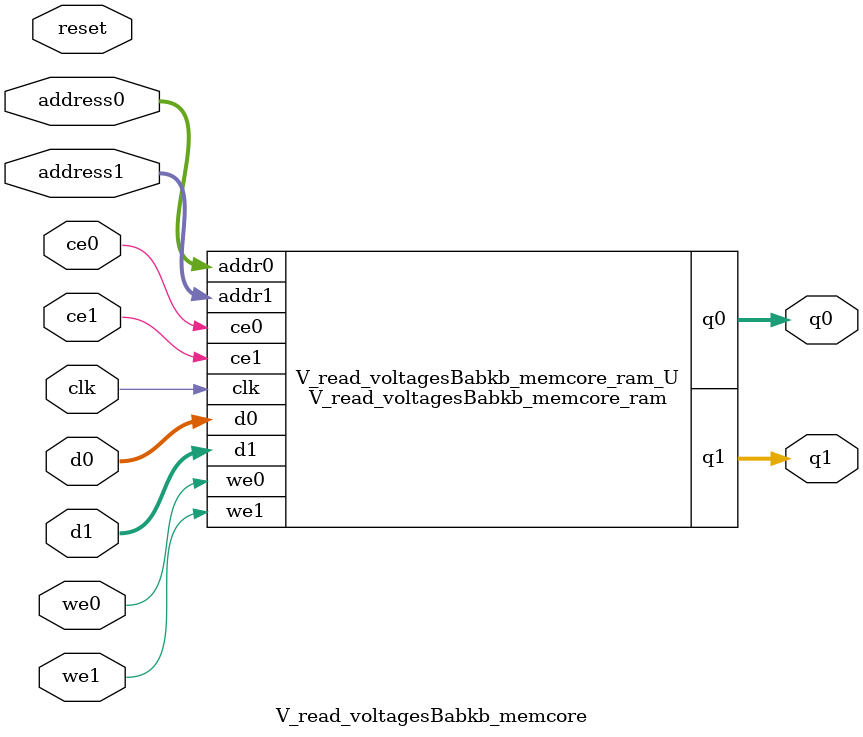
<source format=v>

`timescale 1 ns / 1 ps
module V_read_voltagesBabkb_memcore_ram (addr0, ce0, d0, we0, q0, addr1, ce1, d1, we1, q1,  clk);

parameter DWIDTH = 32;
parameter AWIDTH = 14;
parameter MEM_SIZE = 10000;

input[AWIDTH-1:0] addr0;
input ce0;
input[DWIDTH-1:0] d0;
input we0;
output reg[DWIDTH-1:0] q0;
input[AWIDTH-1:0] addr1;
input ce1;
input[DWIDTH-1:0] d1;
input we1;
output reg[DWIDTH-1:0] q1;
input clk;

(* ram_style = "block" *)reg [DWIDTH-1:0] ram[0:MEM_SIZE-1];




always @(posedge clk)  
begin 
    if (ce0) 
    begin
        if (we0) 
        begin 
            ram[addr0] <= d0; 
            q0 <= d0;
        end 
        else 
            q0 <= ram[addr0];
    end
end


always @(posedge clk)  
begin 
    if (ce1) 
    begin
        if (we1) 
        begin 
            ram[addr1] <= d1; 
            q1 <= d1;
        end 
        else 
            q1 <= ram[addr1];
    end
end


endmodule


`timescale 1 ns / 1 ps
module V_read_voltagesBabkb_memcore(
    reset,
    clk,
    address0,
    ce0,
    we0,
    d0,
    q0,
    address1,
    ce1,
    we1,
    d1,
    q1);

parameter DataWidth = 32'd32;
parameter AddressRange = 32'd10000;
parameter AddressWidth = 32'd14;
input reset;
input clk;
input[AddressWidth - 1:0] address0;
input ce0;
input we0;
input[DataWidth - 1:0] d0;
output[DataWidth - 1:0] q0;
input[AddressWidth - 1:0] address1;
input ce1;
input we1;
input[DataWidth - 1:0] d1;
output[DataWidth - 1:0] q1;



V_read_voltagesBabkb_memcore_ram V_read_voltagesBabkb_memcore_ram_U(
    .clk( clk ),
    .addr0( address0 ),
    .ce0( ce0 ),
    .d0( d0 ),
    .we0( we0 ),
    .q0( q0 ),
    .addr1( address1 ),
    .ce1( ce1 ),
    .d1( d1 ),
    .we1( we1 ),
    .q1( q1 ));

endmodule


</source>
